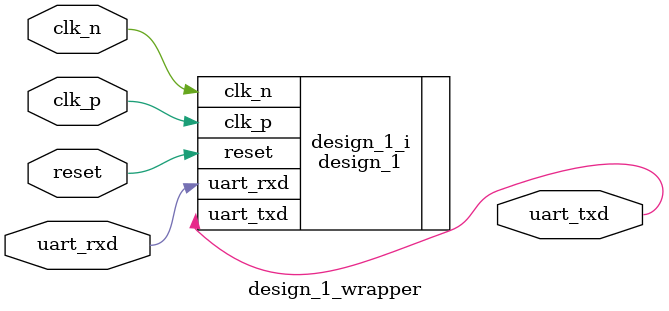
<source format=v>
`timescale 1 ps / 1 ps

module design_1_wrapper
   (clk_n,
    clk_p,
    reset,
    uart_rxd,
    uart_txd);
  input clk_n;
  input clk_p;
  input reset;
  input uart_rxd;
  output uart_txd;

  wire clk_n;
  wire clk_p;
  wire reset;
  wire uart_rxd;
  wire uart_txd;

  design_1 design_1_i
       (.clk_n(clk_n),
        .clk_p(clk_p),
        .reset(reset),
        .uart_rxd(uart_rxd),
        .uart_txd(uart_txd));
endmodule

</source>
